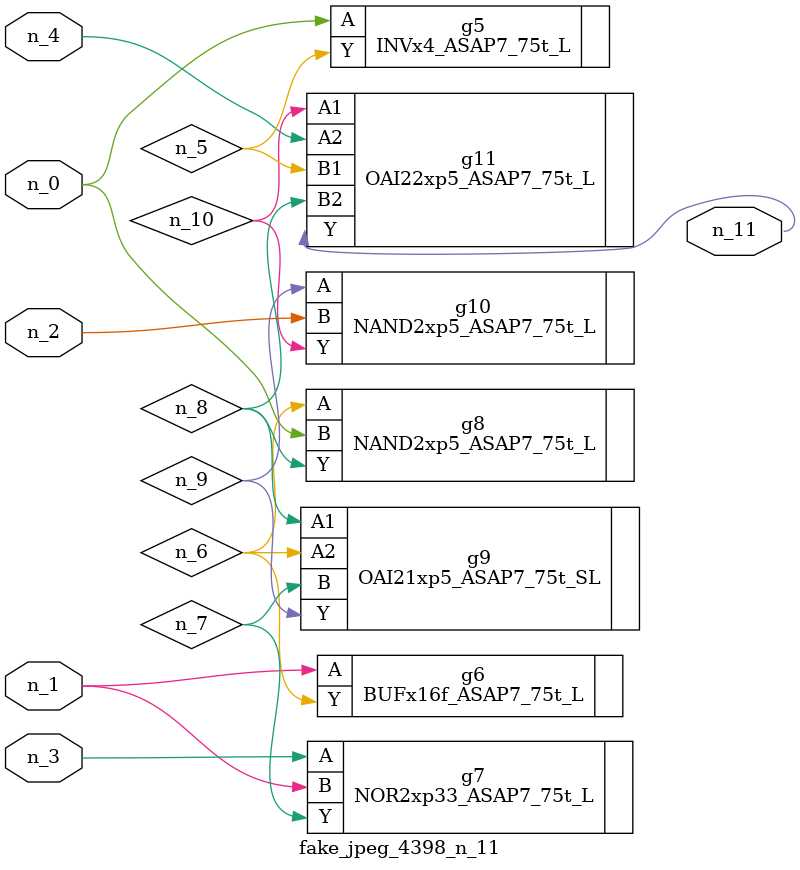
<source format=v>
module fake_jpeg_4398_n_11 (n_3, n_2, n_1, n_0, n_4, n_11);

input n_3;
input n_2;
input n_1;
input n_0;
input n_4;

output n_11;

wire n_10;
wire n_8;
wire n_9;
wire n_6;
wire n_5;
wire n_7;

INVx4_ASAP7_75t_L g5 ( 
.A(n_0),
.Y(n_5)
);

BUFx16f_ASAP7_75t_L g6 ( 
.A(n_1),
.Y(n_6)
);

NOR2xp33_ASAP7_75t_L g7 ( 
.A(n_3),
.B(n_1),
.Y(n_7)
);

NAND2xp5_ASAP7_75t_L g8 ( 
.A(n_6),
.B(n_0),
.Y(n_8)
);

OAI21xp5_ASAP7_75t_SL g9 ( 
.A1(n_8),
.A2(n_6),
.B(n_7),
.Y(n_9)
);

NAND2xp5_ASAP7_75t_L g10 ( 
.A(n_9),
.B(n_2),
.Y(n_10)
);

OAI22xp5_ASAP7_75t_L g11 ( 
.A1(n_10),
.A2(n_4),
.B1(n_5),
.B2(n_8),
.Y(n_11)
);


endmodule
</source>
